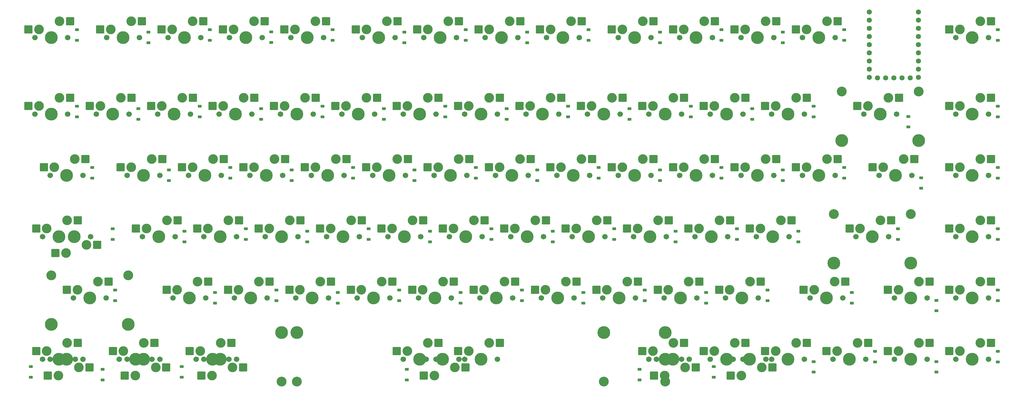
<source format=gbr>
%TF.GenerationSoftware,KiCad,Pcbnew,7.0.7*%
%TF.CreationDate,2023-10-07T20:29:56+07:00*%
%TF.ProjectId,physalis,70687973-616c-4697-932e-6b696361645f,rev?*%
%TF.SameCoordinates,Original*%
%TF.FileFunction,Soldermask,Bot*%
%TF.FilePolarity,Negative*%
%FSLAX46Y46*%
G04 Gerber Fmt 4.6, Leading zero omitted, Abs format (unit mm)*
G04 Created by KiCad (PCBNEW 7.0.7) date 2023-10-07 20:29:56*
%MOMM*%
%LPD*%
G01*
G04 APERTURE LIST*
G04 Aperture macros list*
%AMRoundRect*
0 Rectangle with rounded corners*
0 $1 Rounding radius*
0 $2 $3 $4 $5 $6 $7 $8 $9 X,Y pos of 4 corners*
0 Add a 4 corners polygon primitive as box body*
4,1,4,$2,$3,$4,$5,$6,$7,$8,$9,$2,$3,0*
0 Add four circle primitives for the rounded corners*
1,1,$1+$1,$2,$3*
1,1,$1+$1,$4,$5*
1,1,$1+$1,$6,$7*
1,1,$1+$1,$8,$9*
0 Add four rect primitives between the rounded corners*
20,1,$1+$1,$2,$3,$4,$5,0*
20,1,$1+$1,$4,$5,$6,$7,0*
20,1,$1+$1,$6,$7,$8,$9,0*
20,1,$1+$1,$8,$9,$2,$3,0*%
G04 Aperture macros list end*
%ADD10C,3.000000*%
%ADD11C,3.987800*%
%ADD12C,1.701800*%
%ADD13RoundRect,0.200000X1.075000X1.050000X-1.075000X1.050000X-1.075000X-1.050000X1.075000X-1.050000X0*%
%ADD14RoundRect,0.200000X-1.075000X-1.050000X1.075000X-1.050000X1.075000X1.050000X-1.075000X1.050000X0*%
%ADD15C,3.048000*%
%ADD16RoundRect,0.225000X0.375000X-0.225000X0.375000X0.225000X-0.375000X0.225000X-0.375000X-0.225000X0*%
%ADD17C,1.600000*%
G04 APERTURE END LIST*
D10*
%TO.C,SW85*%
X253841250Y-135890000D03*
D11*
X250031250Y-133350000D03*
D12*
X244951250Y-133350000D03*
D10*
X247491250Y-138430000D03*
D12*
X255111250Y-133350000D03*
D13*
X257116250Y-135890000D03*
X244189250Y-138430000D03*
%TD*%
D10*
%TO.C,SW84*%
X230028750Y-135890000D03*
D11*
X226218750Y-133350000D03*
D12*
X221138750Y-133350000D03*
D10*
X223678750Y-138430000D03*
D12*
X231298750Y-133350000D03*
D13*
X233303750Y-135890000D03*
X220376750Y-138430000D03*
%TD*%
D10*
%TO.C,SW89*%
X162877500Y-130810000D03*
D11*
X166687500Y-133350000D03*
D12*
X171767500Y-133350000D03*
D10*
X169227500Y-128270000D03*
D12*
X161607500Y-133350000D03*
D14*
X159602500Y-130810000D03*
X172529500Y-128270000D03*
D15*
X109537500Y-140335000D03*
X223837500Y-140335000D03*
D11*
X109537500Y-125095000D03*
X223837500Y-125095000D03*
%TD*%
D10*
%TO.C,SW76*%
X158591250Y-135890000D03*
D11*
X154781250Y-133350000D03*
D12*
X149701250Y-133350000D03*
D10*
X152241250Y-138430000D03*
D12*
X159861250Y-133350000D03*
D13*
X161866250Y-135890000D03*
X148939250Y-138430000D03*
D15*
X204781250Y-140335000D03*
X104781250Y-140335000D03*
D11*
X204781250Y-125095000D03*
X104781250Y-125095000D03*
%TD*%
D10*
%TO.C,SW90*%
X143827500Y-130810000D03*
D11*
X147637500Y-133350000D03*
D12*
X152717500Y-133350000D03*
D10*
X150177500Y-128270000D03*
D12*
X142557500Y-133350000D03*
D14*
X140552500Y-130810000D03*
X153479500Y-128270000D03*
%TD*%
D15*
%TO.C,S1*%
X109537500Y-140335000D03*
D11*
X204787500Y-125095000D03*
D15*
X204787500Y-140335000D03*
D11*
X109537500Y-125095000D03*
%TD*%
D10*
%TO.C,SW88*%
X89535000Y-135890000D03*
D11*
X85725000Y-133350000D03*
D12*
X80645000Y-133350000D03*
D10*
X83185000Y-138430000D03*
D12*
X90805000Y-133350000D03*
D13*
X92810000Y-135890000D03*
X79883000Y-138430000D03*
%TD*%
D10*
%TO.C,SW87*%
X65722500Y-135890000D03*
D11*
X61912500Y-133350000D03*
D12*
X56832500Y-133350000D03*
D10*
X59372500Y-138430000D03*
D12*
X66992500Y-133350000D03*
D13*
X68997500Y-135890000D03*
X56070500Y-138430000D03*
%TD*%
D10*
%TO.C,SW86*%
X41910000Y-135890000D03*
D11*
X38100000Y-133350000D03*
D12*
X33020000Y-133350000D03*
D10*
X35560000Y-138430000D03*
D12*
X43180000Y-133350000D03*
D13*
X45185000Y-135890000D03*
X32258000Y-138430000D03*
%TD*%
D10*
%TO.C,SW83*%
X31908750Y-92710000D03*
D11*
X35718750Y-95250000D03*
D12*
X40798750Y-95250000D03*
D10*
X38258750Y-90170000D03*
D12*
X30638750Y-95250000D03*
D14*
X28633750Y-92710000D03*
X41560750Y-90170000D03*
%TD*%
%TO.C,SW30*%
X43942000Y-71120000D03*
X31015000Y-73660000D03*
D12*
X43180000Y-76200000D03*
D10*
X40640000Y-71120000D03*
D11*
X38100000Y-76200000D03*
D10*
X34290000Y-73660000D03*
D12*
X33020000Y-76200000D03*
%TD*%
D14*
%TO.C,SW82*%
X267779500Y-128270000D03*
X254852500Y-130810000D03*
D12*
X256857500Y-133350000D03*
D10*
X264477500Y-128270000D03*
D12*
X267017500Y-133350000D03*
D11*
X261937500Y-133350000D03*
D10*
X258127500Y-130810000D03*
%TD*%
D14*
%TO.C,SW78*%
X248729500Y-128270000D03*
X235802500Y-130810000D03*
D12*
X237807500Y-133350000D03*
D10*
X245427500Y-128270000D03*
D12*
X247967500Y-133350000D03*
D11*
X242887500Y-133350000D03*
D10*
X239077500Y-130810000D03*
%TD*%
D14*
%TO.C,SW77*%
X229679500Y-128270000D03*
X216752500Y-130810000D03*
D12*
X218757500Y-133350000D03*
D10*
X226377500Y-128270000D03*
D12*
X228917500Y-133350000D03*
D11*
X223837500Y-133350000D03*
D10*
X220027500Y-130810000D03*
%TD*%
D16*
%TO.C,D82*%
X269875000Y-137381250D03*
X269875000Y-134081250D03*
%TD*%
D14*
%TO.C,SW18*%
X96329500Y-52070000D03*
X83402500Y-54610000D03*
D12*
X95567500Y-57150000D03*
D10*
X93027500Y-52070000D03*
D11*
X90487500Y-57150000D03*
D10*
X86677500Y-54610000D03*
D12*
X85407500Y-57150000D03*
%TD*%
D14*
%TO.C,SW20*%
X134429500Y-52070000D03*
X121502500Y-54610000D03*
D12*
X133667500Y-57150000D03*
D10*
X131127500Y-52070000D03*
D11*
X128587500Y-57150000D03*
D10*
X124777500Y-54610000D03*
D12*
X123507500Y-57150000D03*
%TD*%
D14*
%TO.C,SW5*%
X118554500Y-28257500D03*
X105627500Y-30797500D03*
D12*
X117792500Y-33337500D03*
D10*
X115252500Y-28257500D03*
D11*
X112712500Y-33337500D03*
D10*
X108902500Y-30797500D03*
D12*
X107632500Y-33337500D03*
%TD*%
D14*
%TO.C,SW39*%
X220154500Y-71120000D03*
X207227500Y-73660000D03*
D12*
X219392500Y-76200000D03*
D10*
X216852500Y-71120000D03*
D11*
X214312500Y-76200000D03*
D10*
X210502500Y-73660000D03*
D12*
X209232500Y-76200000D03*
%TD*%
D14*
%TO.C,SW56*%
X263017000Y-90170000D03*
X250090000Y-92710000D03*
D12*
X262255000Y-95250000D03*
D10*
X259715000Y-90170000D03*
D11*
X257175000Y-95250000D03*
D10*
X253365000Y-92710000D03*
D12*
X252095000Y-95250000D03*
%TD*%
D14*
%TO.C,SW9*%
X197929500Y-28257500D03*
X185002500Y-30797500D03*
D12*
X197167500Y-33337500D03*
D10*
X194627500Y-28257500D03*
D11*
X192087500Y-33337500D03*
D10*
X188277500Y-30797500D03*
D12*
X187007500Y-33337500D03*
%TD*%
D14*
%TO.C,SW73*%
X41560750Y-128270000D03*
X28633750Y-130810000D03*
D12*
X40798750Y-133350000D03*
D10*
X38258750Y-128270000D03*
D11*
X35718750Y-133350000D03*
D10*
X31908750Y-130810000D03*
D12*
X30638750Y-133350000D03*
%TD*%
D14*
%TO.C,SW52*%
X186817000Y-90170000D03*
X173890000Y-92710000D03*
D12*
X186055000Y-95250000D03*
D10*
X183515000Y-90170000D03*
D11*
X180975000Y-95250000D03*
D10*
X177165000Y-92710000D03*
D12*
X175895000Y-95250000D03*
%TD*%
D14*
%TO.C,SW42*%
X277304500Y-71120000D03*
X264377500Y-73660000D03*
D12*
X276542500Y-76200000D03*
D10*
X274002500Y-71120000D03*
D11*
X271462500Y-76200000D03*
D10*
X267652500Y-73660000D03*
D12*
X266382500Y-76200000D03*
%TD*%
D14*
%TO.C,SW48*%
X110617000Y-90170000D03*
X97690000Y-92710000D03*
D12*
X109855000Y-95250000D03*
D10*
X107315000Y-90170000D03*
D11*
X104775000Y-95250000D03*
D10*
X100965000Y-92710000D03*
D12*
X99695000Y-95250000D03*
%TD*%
D14*
%TO.C,SW81*%
X324929500Y-128270000D03*
X312002500Y-130810000D03*
D12*
X324167500Y-133350000D03*
D10*
X321627500Y-128270000D03*
D11*
X319087500Y-133350000D03*
D10*
X315277500Y-130810000D03*
D12*
X314007500Y-133350000D03*
%TD*%
D14*
%TO.C,SW37*%
X182054500Y-71120000D03*
X169127500Y-73660000D03*
D12*
X181292500Y-76200000D03*
D10*
X178752500Y-71120000D03*
D11*
X176212500Y-76200000D03*
D10*
X172402500Y-73660000D03*
D12*
X171132500Y-76200000D03*
%TD*%
D14*
%TO.C,SW6*%
X140779500Y-28257500D03*
X127852500Y-30797500D03*
D12*
X140017500Y-33337500D03*
D10*
X137477500Y-28257500D03*
D11*
X134937500Y-33337500D03*
D10*
X131127500Y-30797500D03*
D12*
X129857500Y-33337500D03*
%TD*%
D14*
%TO.C,SW3*%
X80454500Y-28257500D03*
X67527500Y-30797500D03*
D12*
X79692500Y-33337500D03*
D10*
X77152500Y-28257500D03*
D11*
X74612500Y-33337500D03*
D10*
X70802500Y-30797500D03*
D12*
X69532500Y-33337500D03*
%TD*%
D13*
%TO.C,SW45*%
X34639250Y-100330000D03*
X47566250Y-97790000D03*
D12*
X35401250Y-95250000D03*
D10*
X37941250Y-100330000D03*
D11*
X40481250Y-95250000D03*
D10*
X44291250Y-97790000D03*
D12*
X45561250Y-95250000D03*
%TD*%
D14*
%TO.C,SW80*%
X305879500Y-128270000D03*
X292952500Y-130810000D03*
D12*
X305117500Y-133350000D03*
D10*
X302577500Y-128270000D03*
D11*
X300037500Y-133350000D03*
D10*
X296227500Y-130810000D03*
D12*
X294957500Y-133350000D03*
%TD*%
D14*
%TO.C,SW28*%
X296354500Y-52070000D03*
X283427500Y-54610000D03*
D11*
X302450500Y-65405000D03*
D15*
X302450500Y-50165000D03*
D12*
X295592500Y-57150000D03*
D10*
X293052500Y-52070000D03*
D11*
X290512500Y-57150000D03*
D10*
X286702500Y-54610000D03*
D12*
X285432500Y-57150000D03*
D11*
X278574500Y-65405000D03*
D15*
X278574500Y-50165000D03*
%TD*%
D14*
%TO.C,SW69*%
X253492000Y-109220000D03*
X240565000Y-111760000D03*
D12*
X252730000Y-114300000D03*
D10*
X250190000Y-109220000D03*
D11*
X247650000Y-114300000D03*
D10*
X243840000Y-111760000D03*
D12*
X242570000Y-114300000D03*
%TD*%
D14*
%TO.C,SW71*%
X305879500Y-109220000D03*
X292952500Y-111760000D03*
D12*
X305117500Y-114300000D03*
D10*
X302577500Y-109220000D03*
D11*
X300037500Y-114300000D03*
D10*
X296227500Y-111760000D03*
D12*
X294957500Y-114300000D03*
%TD*%
D14*
%TO.C,SW58*%
X324929500Y-90170000D03*
X312002500Y-92710000D03*
D12*
X324167500Y-95250000D03*
D10*
X321627500Y-90170000D03*
D11*
X319087500Y-95250000D03*
D10*
X315277500Y-92710000D03*
D12*
X314007500Y-95250000D03*
%TD*%
D14*
%TO.C,SW74*%
X65373250Y-128270000D03*
X52446250Y-130810000D03*
D12*
X64611250Y-133350000D03*
D10*
X62071250Y-128270000D03*
D11*
X59531250Y-133350000D03*
D10*
X55721250Y-130810000D03*
D12*
X54451250Y-133350000D03*
%TD*%
D14*
%TO.C,SW13*%
X277304500Y-28257500D03*
X264377500Y-30797500D03*
D12*
X276542500Y-33337500D03*
D10*
X274002500Y-28257500D03*
D11*
X271462500Y-33337500D03*
D10*
X267652500Y-30797500D03*
D12*
X266382500Y-33337500D03*
%TD*%
D14*
%TO.C,SW25*%
X229679500Y-52070000D03*
X216752500Y-54610000D03*
D12*
X228917500Y-57150000D03*
D10*
X226377500Y-52070000D03*
D11*
X223837500Y-57150000D03*
D10*
X220027500Y-54610000D03*
D12*
X218757500Y-57150000D03*
%TD*%
D17*
%TO.C,RZ1*%
X302418750Y-25400000D03*
X302418750Y-27940000D03*
X302418750Y-30480000D03*
X302418750Y-33020000D03*
X302418750Y-35560000D03*
X302418750Y-38100000D03*
X302418750Y-40640000D03*
X302418750Y-43180000D03*
X302418750Y-45720000D03*
X299878750Y-45930000D03*
X297338750Y-45930000D03*
X294798750Y-45930000D03*
X292258750Y-45930000D03*
X289718750Y-45930000D03*
X287178750Y-45720000D03*
X287178750Y-43180000D03*
X287178750Y-40640000D03*
X287178750Y-38100000D03*
X287178750Y-35560000D03*
X287178750Y-33020000D03*
X287178750Y-30480000D03*
X287178750Y-25400000D03*
X287178750Y-27940000D03*
%TD*%
D14*
%TO.C,SW54*%
X224917000Y-90170000D03*
X211990000Y-92710000D03*
D12*
X224155000Y-95250000D03*
D10*
X221615000Y-90170000D03*
D11*
X219075000Y-95250000D03*
D10*
X215265000Y-92710000D03*
D12*
X213995000Y-95250000D03*
%TD*%
D14*
%TO.C,SW17*%
X77279500Y-52070000D03*
X64352500Y-54610000D03*
D12*
X76517500Y-57150000D03*
D10*
X73977500Y-52070000D03*
D11*
X71437500Y-57150000D03*
D10*
X67627500Y-54610000D03*
D12*
X66357500Y-57150000D03*
%TD*%
D14*
%TO.C,SW68*%
X234442000Y-109220000D03*
X221515000Y-111760000D03*
D12*
X233680000Y-114300000D03*
D10*
X231140000Y-109220000D03*
D11*
X228600000Y-114300000D03*
D10*
X224790000Y-111760000D03*
D12*
X223520000Y-114300000D03*
%TD*%
D14*
%TO.C,SW57*%
X293973250Y-90170000D03*
X281046250Y-92710000D03*
D11*
X300069250Y-103505000D03*
D15*
X300069250Y-88265000D03*
D12*
X293211250Y-95250000D03*
D10*
X290671250Y-90170000D03*
D11*
X288131250Y-95250000D03*
D10*
X284321250Y-92710000D03*
D12*
X283051250Y-95250000D03*
D11*
X276193250Y-103505000D03*
D15*
X276193250Y-88265000D03*
%TD*%
D14*
%TO.C,SW62*%
X120142000Y-109220000D03*
X107215000Y-111760000D03*
D12*
X119380000Y-114300000D03*
D10*
X116840000Y-109220000D03*
D11*
X114300000Y-114300000D03*
D10*
X110490000Y-111760000D03*
D12*
X109220000Y-114300000D03*
%TD*%
D14*
%TO.C,SW24*%
X210629500Y-52070000D03*
X197702500Y-54610000D03*
D12*
X209867500Y-57150000D03*
D10*
X207327500Y-52070000D03*
D11*
X204787500Y-57150000D03*
D10*
X200977500Y-54610000D03*
D12*
X199707500Y-57150000D03*
%TD*%
D14*
%TO.C,SW61*%
X101092000Y-109220000D03*
X88165000Y-111760000D03*
D12*
X100330000Y-114300000D03*
D10*
X97790000Y-109220000D03*
D11*
X95250000Y-114300000D03*
D10*
X91440000Y-111760000D03*
D12*
X90170000Y-114300000D03*
%TD*%
D14*
%TO.C,SW41*%
X258254500Y-71120000D03*
X245327500Y-73660000D03*
D12*
X257492500Y-76200000D03*
D10*
X254952500Y-71120000D03*
D11*
X252412500Y-76200000D03*
D10*
X248602500Y-73660000D03*
D12*
X247332500Y-76200000D03*
%TD*%
D14*
%TO.C,SW4*%
X99504500Y-28257500D03*
X86577500Y-30797500D03*
D12*
X98742500Y-33337500D03*
D10*
X96202500Y-28257500D03*
D11*
X93662500Y-33337500D03*
D10*
X89852500Y-30797500D03*
D12*
X88582500Y-33337500D03*
%TD*%
D14*
%TO.C,SW32*%
X86804500Y-71120000D03*
X73877500Y-73660000D03*
D12*
X86042500Y-76200000D03*
D10*
X83502500Y-71120000D03*
D11*
X80962500Y-76200000D03*
D10*
X77152500Y-73660000D03*
D12*
X75882500Y-76200000D03*
%TD*%
D14*
%TO.C,SW2*%
X61404500Y-28257500D03*
X48477500Y-30797500D03*
D12*
X60642500Y-33337500D03*
D10*
X58102500Y-28257500D03*
D11*
X55562500Y-33337500D03*
D10*
X51752500Y-30797500D03*
D12*
X50482500Y-33337500D03*
%TD*%
D14*
%TO.C,SW11*%
X239204500Y-28257500D03*
X226277500Y-30797500D03*
D12*
X238442500Y-33337500D03*
D10*
X235902500Y-28257500D03*
D11*
X233362500Y-33337500D03*
D10*
X229552500Y-30797500D03*
D12*
X228282500Y-33337500D03*
%TD*%
D14*
%TO.C,SW60*%
X82042000Y-109220000D03*
X69115000Y-111760000D03*
D12*
X81280000Y-114300000D03*
D10*
X78740000Y-109220000D03*
D11*
X76200000Y-114300000D03*
D10*
X72390000Y-111760000D03*
D12*
X71120000Y-114300000D03*
%TD*%
D14*
%TO.C,SW63*%
X139192000Y-109220000D03*
X126265000Y-111760000D03*
D12*
X138430000Y-114300000D03*
D10*
X135890000Y-109220000D03*
D11*
X133350000Y-114300000D03*
D10*
X129540000Y-111760000D03*
D12*
X128270000Y-114300000D03*
%TD*%
D14*
%TO.C,SW49*%
X129667000Y-90170000D03*
X116740000Y-92710000D03*
D12*
X128905000Y-95250000D03*
D10*
X126365000Y-90170000D03*
D11*
X123825000Y-95250000D03*
D10*
X120015000Y-92710000D03*
D12*
X118745000Y-95250000D03*
%TD*%
D14*
%TO.C,SW19*%
X115379500Y-52070000D03*
X102452500Y-54610000D03*
D12*
X114617500Y-57150000D03*
D10*
X112077500Y-52070000D03*
D11*
X109537500Y-57150000D03*
D10*
X105727500Y-54610000D03*
D12*
X104457500Y-57150000D03*
%TD*%
D14*
%TO.C,SW40*%
X239204500Y-71120000D03*
X226277500Y-73660000D03*
D12*
X238442500Y-76200000D03*
D10*
X235902500Y-71120000D03*
D11*
X233362500Y-76200000D03*
D10*
X229552500Y-73660000D03*
D12*
X228282500Y-76200000D03*
%TD*%
D14*
%TO.C,SW12*%
X258254500Y-28257500D03*
X245327500Y-30797500D03*
D12*
X257492500Y-33337500D03*
D10*
X254952500Y-28257500D03*
D11*
X252412500Y-33337500D03*
D10*
X248602500Y-30797500D03*
D12*
X247332500Y-33337500D03*
%TD*%
D14*
%TO.C,SW66*%
X196342000Y-109220000D03*
X183415000Y-111760000D03*
D12*
X195580000Y-114300000D03*
D10*
X193040000Y-109220000D03*
D11*
X190500000Y-114300000D03*
D10*
X186690000Y-111760000D03*
D12*
X185420000Y-114300000D03*
%TD*%
D14*
%TO.C,SW27*%
X267779500Y-52070000D03*
X254852500Y-54610000D03*
D12*
X267017500Y-57150000D03*
D10*
X264477500Y-52070000D03*
D11*
X261937500Y-57150000D03*
D10*
X258127500Y-54610000D03*
D12*
X256857500Y-57150000D03*
%TD*%
D14*
%TO.C,SW67*%
X215392000Y-109220000D03*
X202465000Y-111760000D03*
D12*
X214630000Y-114300000D03*
D10*
X212090000Y-109220000D03*
D11*
X209550000Y-114300000D03*
D10*
X205740000Y-111760000D03*
D12*
X204470000Y-114300000D03*
%TD*%
D14*
%TO.C,SW23*%
X191579500Y-52070000D03*
X178652500Y-54610000D03*
D12*
X190817500Y-57150000D03*
D10*
X188277500Y-52070000D03*
D11*
X185737500Y-57150000D03*
D10*
X181927500Y-54610000D03*
D12*
X180657500Y-57150000D03*
%TD*%
D14*
%TO.C,SW15*%
X39179500Y-52070000D03*
X26252500Y-54610000D03*
D12*
X38417500Y-57150000D03*
D10*
X35877500Y-52070000D03*
D11*
X33337500Y-57150000D03*
D10*
X29527500Y-54610000D03*
D12*
X28257500Y-57150000D03*
%TD*%
D14*
%TO.C,SW16*%
X58229500Y-52070000D03*
X45302500Y-54610000D03*
D12*
X57467500Y-57150000D03*
D10*
X54927500Y-52070000D03*
D11*
X52387500Y-57150000D03*
D10*
X48577500Y-54610000D03*
D12*
X47307500Y-57150000D03*
%TD*%
D14*
%TO.C,SW65*%
X177292000Y-109220000D03*
X164365000Y-111760000D03*
D12*
X176530000Y-114300000D03*
D10*
X173990000Y-109220000D03*
D11*
X171450000Y-114300000D03*
D10*
X167640000Y-111760000D03*
D12*
X166370000Y-114300000D03*
%TD*%
D14*
%TO.C,SW70*%
X279685750Y-109220000D03*
X266758750Y-111760000D03*
D12*
X278923750Y-114300000D03*
D10*
X276383750Y-109220000D03*
D11*
X273843750Y-114300000D03*
D10*
X270033750Y-111760000D03*
D12*
X268763750Y-114300000D03*
%TD*%
D14*
%TO.C,SW29*%
X324929500Y-52070000D03*
X312002500Y-54610000D03*
D12*
X324167500Y-57150000D03*
D10*
X321627500Y-52070000D03*
D11*
X319087500Y-57150000D03*
D10*
X315277500Y-54610000D03*
D12*
X314007500Y-57150000D03*
%TD*%
D14*
%TO.C,SW44*%
X324929500Y-71120000D03*
X312002500Y-73660000D03*
D12*
X324167500Y-76200000D03*
D10*
X321627500Y-71120000D03*
D11*
X319087500Y-76200000D03*
D10*
X315277500Y-73660000D03*
D12*
X314007500Y-76200000D03*
%TD*%
D14*
%TO.C,SW14*%
X324929500Y-28257500D03*
X312002500Y-30797500D03*
D12*
X324167500Y-33337500D03*
D10*
X321627500Y-28257500D03*
D11*
X319087500Y-33337500D03*
D10*
X315277500Y-30797500D03*
D12*
X314007500Y-33337500D03*
%TD*%
D14*
%TO.C,SW75*%
X89185750Y-128270000D03*
X76258750Y-130810000D03*
D12*
X88423750Y-133350000D03*
D10*
X85883750Y-128270000D03*
D11*
X83343750Y-133350000D03*
D10*
X79533750Y-130810000D03*
D12*
X78263750Y-133350000D03*
%TD*%
D14*
%TO.C,SW31*%
X67754500Y-71120000D03*
X54827500Y-73660000D03*
D12*
X66992500Y-76200000D03*
D10*
X64452500Y-71120000D03*
D11*
X61912500Y-76200000D03*
D10*
X58102500Y-73660000D03*
D12*
X56832500Y-76200000D03*
%TD*%
D14*
%TO.C,SW7*%
X159829500Y-28257500D03*
X146902500Y-30797500D03*
D12*
X159067500Y-33337500D03*
D10*
X156527500Y-28257500D03*
D11*
X153987500Y-33337500D03*
D10*
X150177500Y-30797500D03*
D12*
X148907500Y-33337500D03*
%TD*%
D14*
%TO.C,SW1*%
X39179500Y-28257500D03*
X26252500Y-30797500D03*
D12*
X38417500Y-33337500D03*
D10*
X35877500Y-28257500D03*
D11*
X33337500Y-33337500D03*
D10*
X29527500Y-30797500D03*
D12*
X28257500Y-33337500D03*
%TD*%
D14*
%TO.C,SW50*%
X148717000Y-90170000D03*
X135790000Y-92710000D03*
D12*
X147955000Y-95250000D03*
D10*
X145415000Y-90170000D03*
D11*
X142875000Y-95250000D03*
D10*
X139065000Y-92710000D03*
D12*
X137795000Y-95250000D03*
%TD*%
D14*
%TO.C,SW51*%
X167767000Y-90170000D03*
X154840000Y-92710000D03*
D12*
X167005000Y-95250000D03*
D10*
X164465000Y-90170000D03*
D11*
X161925000Y-95250000D03*
D10*
X158115000Y-92710000D03*
D12*
X156845000Y-95250000D03*
%TD*%
D14*
%TO.C,SW36*%
X163004500Y-71120000D03*
X150077500Y-73660000D03*
D12*
X162242500Y-76200000D03*
D10*
X159702500Y-71120000D03*
D11*
X157162500Y-76200000D03*
D10*
X153352500Y-73660000D03*
D12*
X152082500Y-76200000D03*
%TD*%
D14*
%TO.C,SW21*%
X153479500Y-52070000D03*
X140552500Y-54610000D03*
D12*
X152717500Y-57150000D03*
D10*
X150177500Y-52070000D03*
D11*
X147637500Y-57150000D03*
D10*
X143827500Y-54610000D03*
D12*
X142557500Y-57150000D03*
%TD*%
D14*
%TO.C,SW72*%
X324929500Y-109220000D03*
X312002500Y-111760000D03*
D12*
X324167500Y-114300000D03*
D10*
X321627500Y-109220000D03*
D11*
X319087500Y-114300000D03*
D10*
X315277500Y-111760000D03*
D12*
X314007500Y-114300000D03*
%TD*%
D14*
%TO.C,SW26*%
X248729500Y-52070000D03*
X235802500Y-54610000D03*
D12*
X247967500Y-57150000D03*
D10*
X245427500Y-52070000D03*
D11*
X242887500Y-57150000D03*
D10*
X239077500Y-54610000D03*
D12*
X237807500Y-57150000D03*
%TD*%
D14*
%TO.C,SW59*%
X51085750Y-109220000D03*
X38158750Y-111760000D03*
D11*
X57181750Y-122555000D03*
D15*
X57181750Y-107315000D03*
D12*
X50323750Y-114300000D03*
D10*
X47783750Y-109220000D03*
D11*
X45243750Y-114300000D03*
D10*
X41433750Y-111760000D03*
D12*
X40163750Y-114300000D03*
D11*
X33305750Y-122555000D03*
D15*
X33305750Y-107315000D03*
%TD*%
D14*
%TO.C,SW33*%
X105854500Y-71120000D03*
X92927500Y-73660000D03*
D12*
X105092500Y-76200000D03*
D10*
X102552500Y-71120000D03*
D11*
X100012500Y-76200000D03*
D10*
X96202500Y-73660000D03*
D12*
X94932500Y-76200000D03*
%TD*%
D14*
%TO.C,SW46*%
X72517000Y-90170000D03*
X59590000Y-92710000D03*
D12*
X71755000Y-95250000D03*
D10*
X69215000Y-90170000D03*
D11*
X66675000Y-95250000D03*
D10*
X62865000Y-92710000D03*
D12*
X61595000Y-95250000D03*
%TD*%
D14*
%TO.C,SW79*%
X286829500Y-128270000D03*
X273902500Y-130810000D03*
D12*
X286067500Y-133350000D03*
D10*
X283527500Y-128270000D03*
D11*
X280987500Y-133350000D03*
D10*
X277177500Y-130810000D03*
D12*
X275907500Y-133350000D03*
%TD*%
D14*
%TO.C,SW10*%
X220154500Y-28257500D03*
X207227500Y-30797500D03*
D12*
X219392500Y-33337500D03*
D10*
X216852500Y-28257500D03*
D11*
X214312500Y-33337500D03*
D10*
X210502500Y-30797500D03*
D12*
X209232500Y-33337500D03*
%TD*%
D14*
%TO.C,SW34*%
X124904500Y-71120000D03*
X111977500Y-73660000D03*
D12*
X124142500Y-76200000D03*
D10*
X121602500Y-71120000D03*
D11*
X119062500Y-76200000D03*
D10*
X115252500Y-73660000D03*
D12*
X113982500Y-76200000D03*
%TD*%
D14*
%TO.C,SW64*%
X158242000Y-109220000D03*
X145315000Y-111760000D03*
D12*
X157480000Y-114300000D03*
D10*
X154940000Y-109220000D03*
D11*
X152400000Y-114300000D03*
D10*
X148590000Y-111760000D03*
D12*
X147320000Y-114300000D03*
%TD*%
D14*
%TO.C,SW43*%
X301117000Y-71120000D03*
X288190000Y-73660000D03*
D12*
X300355000Y-76200000D03*
D10*
X297815000Y-71120000D03*
D11*
X295275000Y-76200000D03*
D10*
X291465000Y-73660000D03*
D12*
X290195000Y-76200000D03*
%TD*%
D14*
%TO.C,SW8*%
X178879500Y-28257500D03*
X165952500Y-30797500D03*
D12*
X178117500Y-33337500D03*
D10*
X175577500Y-28257500D03*
D11*
X173037500Y-33337500D03*
D10*
X169227500Y-30797500D03*
D12*
X167957500Y-33337500D03*
%TD*%
D14*
%TO.C,SW55*%
X243967000Y-90170000D03*
X231040000Y-92710000D03*
D12*
X243205000Y-95250000D03*
D10*
X240665000Y-90170000D03*
D11*
X238125000Y-95250000D03*
D10*
X234315000Y-92710000D03*
D12*
X233045000Y-95250000D03*
%TD*%
D14*
%TO.C,SW47*%
X91567000Y-90170000D03*
X78640000Y-92710000D03*
D12*
X90805000Y-95250000D03*
D10*
X88265000Y-90170000D03*
D11*
X85725000Y-95250000D03*
D10*
X81915000Y-92710000D03*
D12*
X80645000Y-95250000D03*
%TD*%
D14*
%TO.C,SW22*%
X172529500Y-52070000D03*
X159602500Y-54610000D03*
D12*
X171767500Y-57150000D03*
D10*
X169227500Y-52070000D03*
D11*
X166687500Y-57150000D03*
D10*
X162877500Y-54610000D03*
D12*
X161607500Y-57150000D03*
%TD*%
D14*
%TO.C,SW38*%
X201104500Y-71120000D03*
X188177500Y-73660000D03*
D12*
X200342500Y-76200000D03*
D10*
X197802500Y-71120000D03*
D11*
X195262500Y-76200000D03*
D10*
X191452500Y-73660000D03*
D12*
X190182500Y-76200000D03*
%TD*%
D14*
%TO.C,SW35*%
X143954500Y-71120000D03*
X131027500Y-73660000D03*
D12*
X143192500Y-76200000D03*
D10*
X140652500Y-71120000D03*
D11*
X138112500Y-76200000D03*
D10*
X134302500Y-73660000D03*
D12*
X133032500Y-76200000D03*
%TD*%
D14*
%TO.C,SW53*%
X205867000Y-90170000D03*
X192940000Y-92710000D03*
D12*
X205105000Y-95250000D03*
D10*
X202565000Y-90170000D03*
D11*
X200025000Y-95250000D03*
D10*
X196215000Y-92710000D03*
D12*
X194945000Y-95250000D03*
%TD*%
D16*
%TO.C,D30*%
X46037500Y-77056250D03*
X46037500Y-73756250D03*
%TD*%
%TO.C,D67*%
X217487500Y-115156250D03*
X217487500Y-111856250D03*
%TD*%
%TO.C,D64*%
X160337500Y-115950000D03*
X160337500Y-112650000D03*
%TD*%
%TO.C,D65*%
X179387500Y-115156250D03*
X179387500Y-111856250D03*
%TD*%
%TO.C,D58*%
X327025000Y-96106250D03*
X327025000Y-92806250D03*
%TD*%
%TO.C,D31*%
X69850000Y-77850000D03*
X69850000Y-74550000D03*
%TD*%
%TO.C,D61*%
X103187500Y-115156250D03*
X103187500Y-111856250D03*
%TD*%
%TO.C,D21*%
X155575000Y-58006250D03*
X155575000Y-54706250D03*
%TD*%
%TO.C,D62*%
X122237500Y-115950000D03*
X122237500Y-112650000D03*
%TD*%
%TO.C,D72*%
X327025000Y-115156250D03*
X327025000Y-111856250D03*
%TD*%
%TO.C,D8*%
X180975000Y-34987500D03*
X180975000Y-31687500D03*
%TD*%
%TO.C,D23*%
X193675000Y-58006250D03*
X193675000Y-54706250D03*
%TD*%
%TO.C,D46*%
X74612500Y-96900000D03*
X74612500Y-93600000D03*
%TD*%
%TO.C,D70*%
X281781250Y-115950000D03*
X281781250Y-112650000D03*
%TD*%
%TO.C,D52*%
X188912500Y-96900000D03*
X188912500Y-93600000D03*
%TD*%
%TO.C,D40*%
X241300000Y-77056250D03*
X241300000Y-73756250D03*
%TD*%
%TO.C,D5*%
X120650000Y-34193750D03*
X120650000Y-30893750D03*
%TD*%
%TO.C,D51*%
X169862500Y-96106250D03*
X169862500Y-92806250D03*
%TD*%
%TO.C,D14*%
X327025000Y-34193750D03*
X327025000Y-30893750D03*
%TD*%
%TO.C,D53*%
X207962500Y-96106250D03*
X207962500Y-92806250D03*
%TD*%
%TO.C,D17*%
X79375000Y-58006250D03*
X79375000Y-54706250D03*
%TD*%
%TO.C,D57*%
X296068750Y-96106250D03*
X296068750Y-92806250D03*
%TD*%
%TO.C,D78*%
X238918750Y-138968750D03*
X238918750Y-135668750D03*
%TD*%
%TO.C,D63*%
X141287500Y-115156250D03*
X141287500Y-111856250D03*
%TD*%
%TO.C,D9*%
X200025000Y-34193750D03*
X200025000Y-30893750D03*
%TD*%
%TO.C,D10*%
X222250000Y-34987500D03*
X222250000Y-31687500D03*
%TD*%
%TO.C,D50*%
X150812500Y-96900000D03*
X150812500Y-93600000D03*
%TD*%
%TO.C,D11*%
X241300000Y-34193750D03*
X241300000Y-30893750D03*
%TD*%
%TO.C,D43*%
X303212500Y-80231250D03*
X303212500Y-76931250D03*
%TD*%
%TO.C,D66*%
X198437500Y-115950000D03*
X198437500Y-112650000D03*
%TD*%
%TO.C,D80*%
X307975000Y-137381250D03*
X307975000Y-134081250D03*
%TD*%
%TO.C,D54*%
X227012500Y-96900000D03*
X227012500Y-93600000D03*
%TD*%
%TO.C,D27*%
X269875000Y-58006250D03*
X269875000Y-54706250D03*
%TD*%
%TO.C,D76*%
X143668750Y-139762500D03*
X143668750Y-136462500D03*
%TD*%
%TO.C,D38*%
X203200000Y-77056250D03*
X203200000Y-73756250D03*
%TD*%
%TO.C,D39*%
X222250000Y-77850000D03*
X222250000Y-74550000D03*
%TD*%
%TO.C,D34*%
X127000000Y-77056250D03*
X127000000Y-73756250D03*
%TD*%
%TO.C,D45*%
X52387500Y-96106250D03*
X52387500Y-92806250D03*
%TD*%
%TO.C,D79*%
X288925000Y-134206250D03*
X288925000Y-130906250D03*
%TD*%
%TO.C,D75*%
X73818750Y-138968750D03*
X73818750Y-135668750D03*
%TD*%
%TO.C,D47*%
X93662500Y-96106250D03*
X93662500Y-92806250D03*
%TD*%
%TO.C,D18*%
X98425000Y-58800000D03*
X98425000Y-55500000D03*
%TD*%
%TO.C,D15*%
X41275000Y-58006250D03*
X41275000Y-54706250D03*
%TD*%
%TO.C,D22*%
X174625000Y-58800000D03*
X174625000Y-55500000D03*
%TD*%
%TO.C,D81*%
X327025000Y-134206250D03*
X327025000Y-130906250D03*
%TD*%
%TO.C,D71*%
X307975000Y-118331250D03*
X307975000Y-115031250D03*
%TD*%
%TO.C,D68*%
X236537500Y-115950000D03*
X236537500Y-112650000D03*
%TD*%
%TO.C,D29*%
X327025000Y-58006250D03*
X327025000Y-54706250D03*
%TD*%
%TO.C,D42*%
X279400000Y-77056250D03*
X279400000Y-73756250D03*
%TD*%
%TO.C,D37*%
X184150000Y-77850000D03*
X184150000Y-74550000D03*
%TD*%
%TO.C,D77*%
X215900000Y-139762500D03*
X215900000Y-136462500D03*
%TD*%
%TO.C,D55*%
X246062500Y-96106250D03*
X246062500Y-92806250D03*
%TD*%
%TO.C,D59*%
X53181250Y-115156250D03*
X53181250Y-111856250D03*
%TD*%
%TO.C,D48*%
X112712500Y-96900000D03*
X112712500Y-93600000D03*
%TD*%
%TO.C,D33*%
X107950000Y-77850000D03*
X107950000Y-74550000D03*
%TD*%
%TO.C,D6*%
X142875000Y-34987500D03*
X142875000Y-31687500D03*
%TD*%
%TO.C,D60*%
X84137500Y-115950000D03*
X84137500Y-112650000D03*
%TD*%
%TO.C,D36*%
X165100000Y-77056250D03*
X165100000Y-73756250D03*
%TD*%
%TO.C,D20*%
X136525000Y-58800000D03*
X136525000Y-55500000D03*
%TD*%
%TO.C,D25*%
X231775000Y-58006250D03*
X231775000Y-54706250D03*
%TD*%
%TO.C,D44*%
X327025000Y-77056250D03*
X327025000Y-73756250D03*
%TD*%
%TO.C,D41*%
X260350000Y-77850000D03*
X260350000Y-74550000D03*
%TD*%
%TO.C,D7*%
X161925000Y-34193750D03*
X161925000Y-30893750D03*
%TD*%
%TO.C,D74*%
X49212500Y-139762500D03*
X49212500Y-136462500D03*
%TD*%
%TO.C,D1*%
X41275000Y-34193750D03*
X41275000Y-30893750D03*
%TD*%
%TO.C,D4*%
X101600000Y-34925000D03*
X101600000Y-31625000D03*
%TD*%
%TO.C,D28*%
X299243750Y-61181250D03*
X299243750Y-57881250D03*
%TD*%
%TO.C,D19*%
X117475000Y-58006250D03*
X117475000Y-54706250D03*
%TD*%
%TO.C,D49*%
X131762500Y-96106250D03*
X131762500Y-92806250D03*
%TD*%
%TO.C,D69*%
X255587500Y-115156250D03*
X255587500Y-111856250D03*
%TD*%
%TO.C,D16*%
X60325000Y-58737500D03*
X60325000Y-55437500D03*
%TD*%
%TO.C,D13*%
X279400000Y-34193750D03*
X279400000Y-30893750D03*
%TD*%
%TO.C,D3*%
X82550000Y-34193750D03*
X82550000Y-30893750D03*
%TD*%
%TO.C,D73*%
X26987500Y-138968750D03*
X26987500Y-135668750D03*
%TD*%
%TO.C,D56*%
X265112500Y-96900000D03*
X265112500Y-93600000D03*
%TD*%
%TO.C,D2*%
X63500000Y-34987500D03*
X63500000Y-31687500D03*
%TD*%
%TO.C,D24*%
X212725000Y-58800000D03*
X212725000Y-55500000D03*
%TD*%
%TO.C,D12*%
X260350000Y-34987500D03*
X260350000Y-31687500D03*
%TD*%
%TO.C,D35*%
X146050000Y-77850000D03*
X146050000Y-74550000D03*
%TD*%
%TO.C,D26*%
X250825000Y-58800000D03*
X250825000Y-55500000D03*
%TD*%
%TO.C,D32*%
X88900000Y-77056250D03*
X88900000Y-73756250D03*
%TD*%
M02*

</source>
